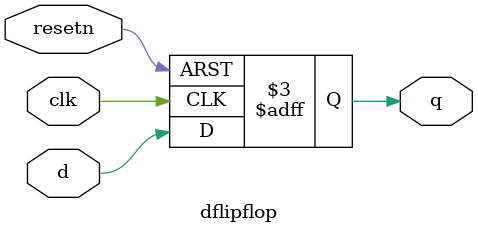
<source format=v>
module dflipflop(q, d, clk, resetn);
    input d, clk, resetn;
    output reg q;

    always @(posedge clk or negedge resetn) begin
        if (~resetn)
            q <= 0;
        else
            q <= d;
    end
endmodule

</source>
